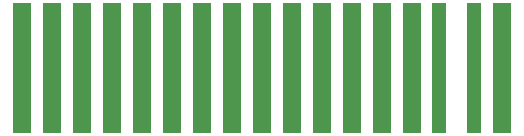
<source format=gbr>
G04 #@! TF.GenerationSoftware,KiCad,Pcbnew,7.0.7*
G04 #@! TF.CreationDate,2023-11-12T13:18:28+03:00*
G04 #@! TF.ProjectId,floppy-adapter-4,666c6f70-7079-42d6-9164-61707465722d,rev?*
G04 #@! TF.SameCoordinates,Original*
G04 #@! TF.FileFunction,Paste,Bot*
G04 #@! TF.FilePolarity,Positive*
%FSLAX46Y46*%
G04 Gerber Fmt 4.6, Leading zero omitted, Abs format (unit mm)*
G04 Created by KiCad (PCBNEW 7.0.7) date 2023-11-12 13:18:28*
%MOMM*%
%LPD*%
G01*
G04 APERTURE LIST*
%ADD10R,1.600000X11.000000*%
%ADD11R,1.300000X11.000000*%
G04 APERTURE END LIST*
D10*
X202023500Y-80441800D03*
D11*
X199674000Y-80454500D03*
X196689500Y-80441800D03*
D10*
X194403500Y-80441800D03*
X191863500Y-80441800D03*
X189323500Y-80441800D03*
X186783500Y-80441800D03*
X184243500Y-80441800D03*
X181703500Y-80441800D03*
X179163500Y-80441800D03*
X176623500Y-80441800D03*
X174083500Y-80441800D03*
X171543500Y-80441800D03*
X169003500Y-80441800D03*
X166463500Y-80441800D03*
X163923500Y-80441800D03*
X161383500Y-80441800D03*
M02*

</source>
